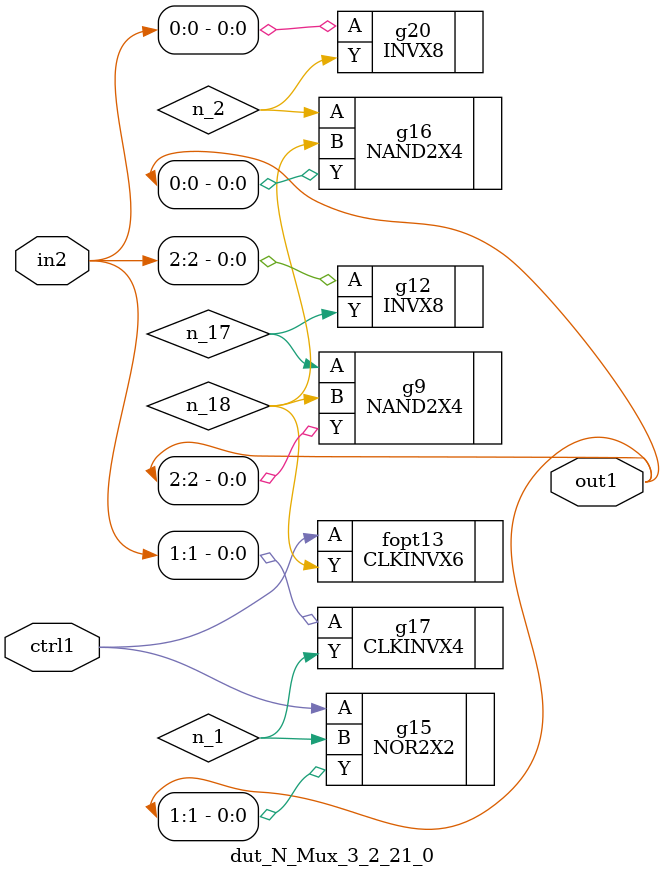
<source format=v>
`timescale 1ps / 1ps


module dut_N_Mux_3_2_21_0(in2, ctrl1, out1);
  input [2:0] in2;
  input ctrl1;
  output [2:0] out1;
  wire [2:0] in2;
  wire ctrl1;
  wire [2:0] out1;
  wire n_1, n_2, n_17, n_18;
  NOR2X2 g15(.A (ctrl1), .B (n_1), .Y (out1[1]));
  NAND2X4 g16(.A (n_2), .B (n_18), .Y (out1[0]));
  INVX8 g20(.A (in2[0]), .Y (n_2));
  CLKINVX4 g17(.A (in2[1]), .Y (n_1));
  NAND2X4 g9(.A (n_17), .B (n_18), .Y (out1[2]));
  INVX8 g12(.A (in2[2]), .Y (n_17));
  CLKINVX6 fopt13(.A (ctrl1), .Y (n_18));
endmodule



</source>
